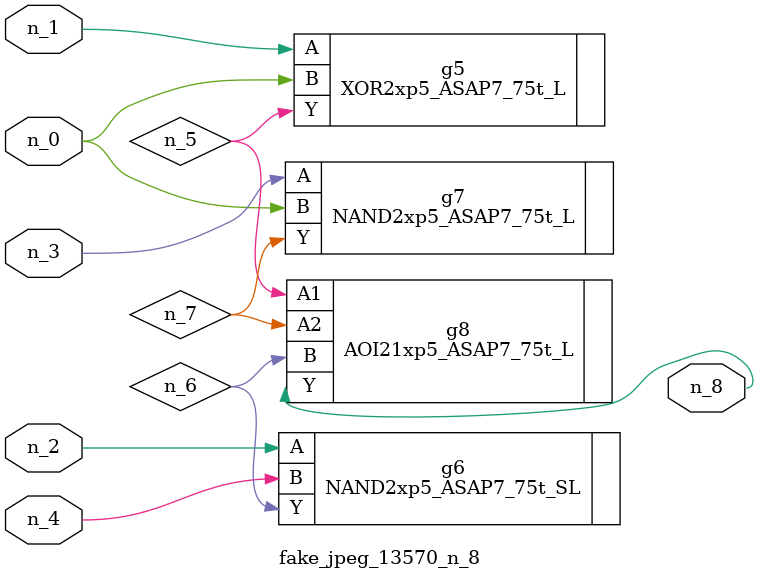
<source format=v>
module fake_jpeg_13570_n_8 (n_3, n_2, n_1, n_0, n_4, n_8);

input n_3;
input n_2;
input n_1;
input n_0;
input n_4;

output n_8;

wire n_6;
wire n_5;
wire n_7;

XOR2xp5_ASAP7_75t_L g5 ( 
.A(n_1),
.B(n_0),
.Y(n_5)
);

NAND2xp5_ASAP7_75t_SL g6 ( 
.A(n_2),
.B(n_4),
.Y(n_6)
);

NAND2xp5_ASAP7_75t_L g7 ( 
.A(n_3),
.B(n_0),
.Y(n_7)
);

AOI21xp5_ASAP7_75t_L g8 ( 
.A1(n_5),
.A2(n_7),
.B(n_6),
.Y(n_8)
);


endmodule
</source>
